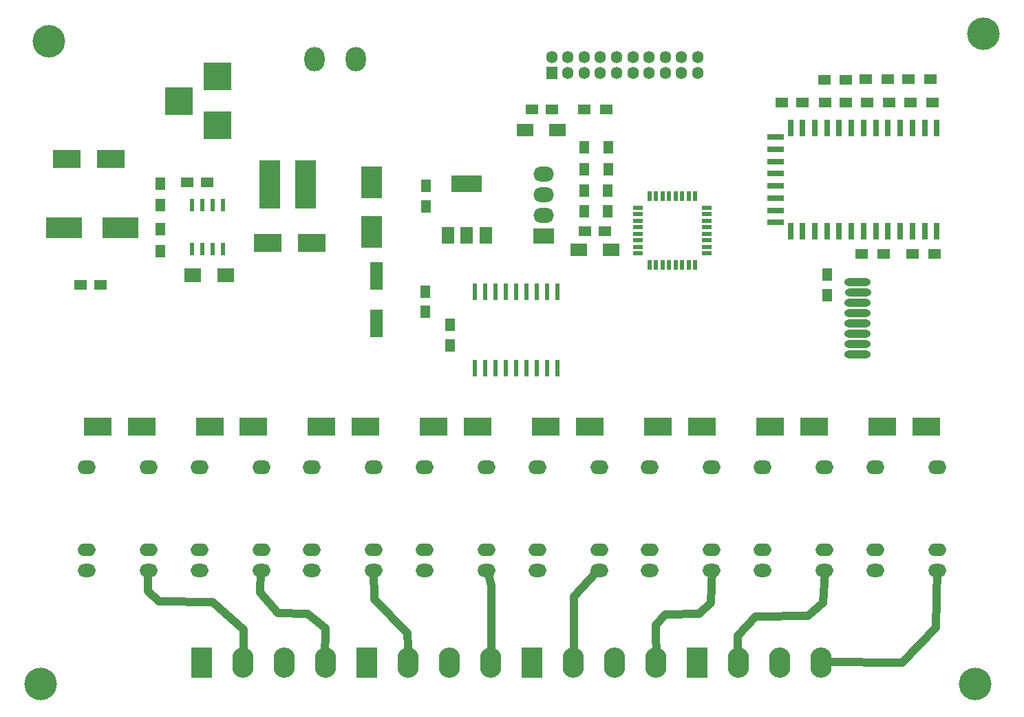
<source format=gts>
G04 #@! TF.FileFunction,Soldermask,Top*
%FSLAX46Y46*%
G04 Gerber Fmt 4.6, Leading zero omitted, Abs format (unit mm)*
G04 Created by KiCad (PCBNEW 4.0.6) date 09/22/17 08:59:26*
%MOMM*%
%LPD*%
G01*
G04 APERTURE LIST*
%ADD10C,0.100000*%
%ADD11C,1.000000*%
%ADD12O,2.224000X1.724000*%
%ADD13O,2.224000X1.524000*%
%ADD14O,2.224000X1.624000*%
%ADD15O,2.222400X1.624000*%
%ADD16R,1.200000X0.600000*%
%ADD17R,0.600000X1.200000*%
%ADD18C,4.000000*%
%ADD19R,1.250000X1.500000*%
%ADD20R,1.500000X1.250000*%
%ADD21R,2.000000X1.600000*%
%ADD22R,2.500000X4.000000*%
%ADD23R,4.500000X2.500000*%
%ADD24R,3.500000X2.300000*%
%ADD25R,1.500000X1.300000*%
%ADD26R,3.500000X3.500000*%
%ADD27R,2.624000X6.000000*%
%ADD28R,0.760000X2.000000*%
%ADD29R,2.000000X0.760000*%
%ADD30O,3.250000X0.950000*%
%ADD31R,1.300000X1.500000*%
%ADD32R,0.600000X2.000000*%
%ADD33R,0.600000X1.550000*%
%ADD34R,2.524000X1.824000*%
%ADD35O,2.524000X1.824000*%
%ADD36O,2.500000X3.000000*%
%ADD37O,2.624000X3.724000*%
%ADD38R,2.624000X3.724000*%
%ADD39R,1.600000X3.500000*%
%ADD40R,2.000000X1.700000*%
%ADD41R,3.800000X2.000000*%
%ADD42R,1.500000X2.000000*%
%ADD43R,1.400000X1.524000*%
%ADD44O,1.400000X1.524000*%
G04 APERTURE END LIST*
D10*
D11*
X193170000Y-139070000D02*
X193320000Y-131950000D01*
X188960000Y-143380000D02*
X193170000Y-139070000D01*
X179320000Y-143330000D02*
X188960000Y-143380000D01*
X179220000Y-136080000D02*
X179510000Y-132320000D01*
X177360000Y-137680000D02*
X179220000Y-136080000D01*
X170950000Y-137780000D02*
X177360000Y-137680000D01*
X168730000Y-140100000D02*
X170950000Y-137780000D01*
X168760000Y-143370000D02*
X168730000Y-140100000D01*
X165440000Y-136060000D02*
X165600000Y-131980000D01*
X164030000Y-137370000D02*
X165440000Y-136060000D01*
X159890000Y-137470000D02*
X164030000Y-137370000D01*
X158650000Y-138740000D02*
X159890000Y-137470000D01*
X158740000Y-143520000D02*
X158650000Y-138740000D01*
X148570000Y-135320000D02*
X151440000Y-132230000D01*
X148600000Y-142800000D02*
X148570000Y-135320000D01*
X138420000Y-133930000D02*
X137940000Y-131930000D01*
X138420000Y-143160000D02*
X138420000Y-133930000D01*
X128130000Y-139740000D02*
X128250000Y-143140000D01*
X124060000Y-135620000D02*
X128130000Y-139740000D01*
X124000000Y-131980000D02*
X124060000Y-135620000D01*
X118060000Y-139220000D02*
X118000000Y-142980000D01*
X115880000Y-137400000D02*
X118060000Y-139220000D01*
X112240000Y-137340000D02*
X115880000Y-137400000D01*
X109990000Y-134800000D02*
X112240000Y-137340000D01*
X110060000Y-132070000D02*
X109990000Y-134800000D01*
X107930000Y-139340000D02*
X107990000Y-142740000D01*
X104170000Y-135950000D02*
X107930000Y-139340000D01*
X97560000Y-135890000D02*
X104170000Y-135950000D01*
X96230000Y-134610000D02*
X97560000Y-135890000D01*
X96170000Y-131940000D02*
X96230000Y-134610000D01*
D12*
X165585710Y-119330000D03*
X157965710Y-119330000D03*
D13*
X165585710Y-129490000D03*
X157965710Y-129490000D03*
D14*
X165585710Y-132030000D03*
D15*
X157965710Y-132030000D03*
D16*
X156460000Y-87440000D03*
X156460000Y-88240000D03*
X156460000Y-89040000D03*
X156460000Y-89840000D03*
X156460000Y-90640000D03*
X156460000Y-91440000D03*
X156460000Y-92240000D03*
X156460000Y-93040000D03*
D17*
X157910000Y-94490000D03*
X158710000Y-94490000D03*
X159510000Y-94490000D03*
X160310000Y-94490000D03*
X161110000Y-94490000D03*
X161910000Y-94490000D03*
X162710000Y-94490000D03*
X163510000Y-94490000D03*
D16*
X164960000Y-93040000D03*
X164960000Y-92240000D03*
X164960000Y-91440000D03*
X164960000Y-90640000D03*
X164960000Y-89840000D03*
X164960000Y-89040000D03*
X164960000Y-88240000D03*
X164960000Y-87440000D03*
D17*
X163510000Y-85990000D03*
X162710000Y-85990000D03*
X161910000Y-85990000D03*
X161110000Y-85990000D03*
X160310000Y-85990000D03*
X159510000Y-85990000D03*
X158710000Y-85990000D03*
X157910000Y-85990000D03*
D18*
X84000000Y-67000000D03*
X83000000Y-146000000D03*
X199000000Y-66000000D03*
X198000000Y-146000000D03*
D19*
X152750000Y-85330000D03*
X152750000Y-87830000D03*
D20*
X145920000Y-75340000D03*
X143420000Y-75340000D03*
D21*
X153210000Y-92640000D03*
X149210000Y-92640000D03*
D20*
X152430000Y-90340000D03*
X149930000Y-90340000D03*
D19*
X130450000Y-84750000D03*
X130450000Y-87250000D03*
D22*
X123760000Y-84330000D03*
X123760000Y-90430000D03*
D20*
X103500000Y-84300000D03*
X101000000Y-84300000D03*
D19*
X149860000Y-87830000D03*
X149860000Y-85330000D03*
D20*
X176720000Y-74510000D03*
X174220000Y-74510000D03*
X179513333Y-74510000D03*
X182013333Y-74510000D03*
X87900000Y-96900000D03*
X90400000Y-96900000D03*
D23*
X85850000Y-89900000D03*
X92850000Y-89900000D03*
D19*
X179740000Y-95670000D03*
X179740000Y-98170000D03*
D24*
X186519997Y-114400000D03*
X191919997Y-114400000D03*
X172731426Y-114400000D03*
X178131426Y-114400000D03*
X158942855Y-114400000D03*
X164342855Y-114400000D03*
X145154284Y-114400000D03*
X150554284Y-114400000D03*
X131365713Y-114400000D03*
X136765713Y-114400000D03*
X90000000Y-114400000D03*
X95400000Y-114400000D03*
X117577142Y-114400000D03*
X122977142Y-114400000D03*
X103788571Y-114400000D03*
X109188571Y-114400000D03*
D25*
X149890000Y-75310000D03*
X152590000Y-75310000D03*
D24*
X110950000Y-91800000D03*
X116350000Y-91800000D03*
X86250000Y-81400000D03*
X91650000Y-81400000D03*
D25*
X184550000Y-71630000D03*
X187250000Y-71630000D03*
X184706666Y-74460000D03*
X187406666Y-74460000D03*
D26*
X104750000Y-77300000D03*
X104750000Y-71300000D03*
X100050000Y-74300000D03*
D27*
X115550000Y-84600000D03*
X111150000Y-84600000D03*
D28*
X193250000Y-77650000D03*
X191750000Y-77650000D03*
X190250000Y-77650000D03*
X188750000Y-77650000D03*
X187250000Y-77650000D03*
X185750000Y-77650000D03*
X184250000Y-77650000D03*
X182750000Y-77650000D03*
X181250000Y-77650000D03*
X179750000Y-77650000D03*
X178250000Y-77650000D03*
X176750000Y-77650000D03*
X175250000Y-77650000D03*
D29*
X173450000Y-78750000D03*
X173450000Y-80250000D03*
X173450000Y-81750000D03*
X173450000Y-83250000D03*
X173450000Y-84750000D03*
X173450000Y-86250000D03*
X173450000Y-87750000D03*
X173450000Y-89250000D03*
D28*
X175250000Y-90350000D03*
X176750000Y-90350000D03*
X178250000Y-90350000D03*
X179750000Y-90350000D03*
X181250000Y-90350000D03*
X182750000Y-90350000D03*
X184250000Y-90350000D03*
X185750000Y-90350000D03*
X187250000Y-90350000D03*
X188750000Y-90350000D03*
X190250000Y-90350000D03*
X191750000Y-90350000D03*
X193250000Y-90350000D03*
D30*
X183500000Y-100370000D03*
X183500000Y-101640000D03*
X183500000Y-96560000D03*
X183550000Y-97830000D03*
X183500000Y-99100000D03*
X183500000Y-102910000D03*
X183500000Y-104180000D03*
X183500000Y-105450000D03*
D31*
X152820000Y-80020000D03*
X152820000Y-82720000D03*
X149860000Y-82720000D03*
X149860000Y-80020000D03*
X97750000Y-90050000D03*
X97750000Y-92750000D03*
X97750000Y-84450000D03*
X97750000Y-87150000D03*
D25*
X179390000Y-71670000D03*
X182090000Y-71670000D03*
X183980000Y-93160000D03*
X186680000Y-93160000D03*
X190260000Y-93160000D03*
X192960000Y-93160000D03*
X189790000Y-71610000D03*
X192490000Y-71610000D03*
X189999999Y-74460000D03*
X192699999Y-74460000D03*
D32*
X146600000Y-97800000D03*
X145330000Y-97800000D03*
X144060000Y-97800000D03*
X142790000Y-97800000D03*
X141520000Y-97800000D03*
X140250000Y-97800000D03*
X138980000Y-97800000D03*
X137710000Y-97800000D03*
X136440000Y-97800000D03*
X136440000Y-107200000D03*
X137710000Y-107200000D03*
X138980000Y-107200000D03*
X140250000Y-107200000D03*
X141520000Y-107200000D03*
X142790000Y-107200000D03*
X144060000Y-107200000D03*
X145330000Y-107200000D03*
X146600000Y-107200000D03*
D33*
X105455000Y-87100000D03*
X104185000Y-87100000D03*
X102915000Y-87100000D03*
X101645000Y-87100000D03*
X101645000Y-92500000D03*
X102915000Y-92500000D03*
X104185000Y-92500000D03*
X105455000Y-92500000D03*
D12*
X193299994Y-119330000D03*
X185679994Y-119330000D03*
D13*
X193299994Y-129490000D03*
X185679994Y-129490000D03*
D14*
X193299994Y-132030000D03*
D15*
X185679994Y-132030000D03*
D12*
X179442852Y-119330000D03*
X171822852Y-119330000D03*
D13*
X179442852Y-129490000D03*
X171822852Y-129490000D03*
D14*
X179442852Y-132030000D03*
D15*
X171822852Y-132030000D03*
D12*
X151728568Y-119330000D03*
X144108568Y-119330000D03*
D13*
X151728568Y-129490000D03*
X144108568Y-129490000D03*
D14*
X151728568Y-132030000D03*
D15*
X144108568Y-132030000D03*
D12*
X137871426Y-119330000D03*
X130251426Y-119330000D03*
D13*
X137871426Y-129490000D03*
X130251426Y-129490000D03*
D14*
X137871426Y-132030000D03*
D15*
X130251426Y-132030000D03*
D12*
X96300000Y-119330000D03*
X88680000Y-119330000D03*
D13*
X96300000Y-129490000D03*
X88680000Y-129490000D03*
D14*
X96300000Y-132030000D03*
D15*
X88680000Y-132030000D03*
D12*
X124014284Y-119330000D03*
X116394284Y-119330000D03*
D13*
X124014284Y-129490000D03*
X116394284Y-129490000D03*
D14*
X124014284Y-132030000D03*
D15*
X116394284Y-132030000D03*
D12*
X110157142Y-119330000D03*
X102537142Y-119330000D03*
D13*
X110157142Y-129490000D03*
X102537142Y-129490000D03*
D14*
X110157142Y-132030000D03*
D15*
X102537142Y-132030000D03*
D34*
X144880000Y-90910000D03*
D35*
X144880000Y-88370000D03*
X144880000Y-85830000D03*
X144880000Y-83290000D03*
D36*
X116710000Y-69200000D03*
X121790000Y-69200000D03*
D37*
X138390000Y-143400000D03*
X133310000Y-143400000D03*
X128230000Y-143400000D03*
D38*
X123150000Y-143400000D03*
D37*
X118070000Y-143400000D03*
X112990000Y-143400000D03*
X107910000Y-143400000D03*
D38*
X102830000Y-143400000D03*
D37*
X179030000Y-143400000D03*
X173950000Y-143400000D03*
X168870000Y-143400000D03*
D38*
X163790000Y-143400000D03*
D37*
X158710000Y-143400000D03*
X153630000Y-143400000D03*
X148550000Y-143400000D03*
D38*
X143470000Y-143400000D03*
D19*
X130320000Y-97760000D03*
X130320000Y-100260000D03*
D39*
X124330000Y-95870000D03*
X124330000Y-101670000D03*
D40*
X101740000Y-95750000D03*
X105740000Y-95750000D03*
D41*
X135440000Y-84500000D03*
D42*
X135440000Y-90800000D03*
X137740000Y-90800000D03*
X133140000Y-90800000D03*
D43*
X145860000Y-70870000D03*
D44*
X145860000Y-68870000D03*
X147860000Y-70870000D03*
X147860000Y-68870000D03*
X149860000Y-70870000D03*
X149860000Y-68870000D03*
X151860000Y-70870000D03*
X151860000Y-68870000D03*
X153860000Y-70870000D03*
X153860000Y-68870000D03*
X155860000Y-70870000D03*
X155860000Y-68870000D03*
X157860000Y-70870000D03*
X157860000Y-68870000D03*
X159860000Y-70870000D03*
X159860000Y-68870000D03*
X161860000Y-70870000D03*
X161860000Y-68870000D03*
X163860000Y-70870000D03*
X163860000Y-68870000D03*
D21*
X146560000Y-77880000D03*
X142560000Y-77880000D03*
D19*
X133400000Y-104340000D03*
X133400000Y-101840000D03*
M02*

</source>
